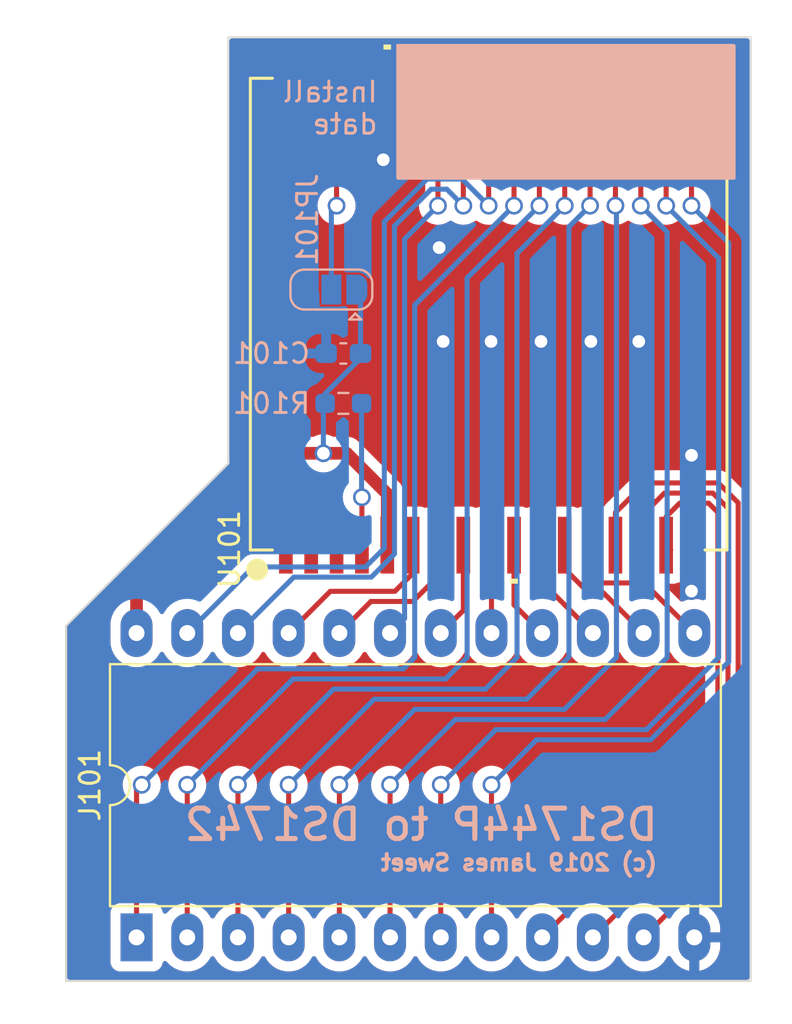
<source format=kicad_pcb>
(kicad_pcb (version 20221018) (generator pcbnew)
  (layers (0 "F.Cu" signal) (31 "B.Cu" signal) (34 "B.Paste" user) (35 "F.Paste" user) (36 "B.SilkS" user "B.Silkscreen") (37 "F.SilkS" user "F.Silkscreen") (38 "B.Mask" user) (39 "F.Mask" user) (44 "Edge.Cuts" user))
  (net 0 "")
  (net 1 "/A0")
  (net 2 "/A1")
  (net 3 "/A10")
  (net 4 "/A2")
  (net 5 "/A3")
  (net 6 "/A4")
  (net 7 "/A5")
  (net 8 "/A6")
  (net 9 "/A7")
  (net 10 "/A8")
  (net 11 "/A9")
  (net 12 "/DQ0")
  (net 13 "/DQ1")
  (net 14 "/DQ2")
  (net 15 "/DQ3")
  (net 16 "/DQ4")
  (net 17 "/DQ5")
  (net 18 "/DQ6")
  (net 19 "/DQ7")
  (net 20 "GND")
  (net 21 "+3V3")
  (net 22 "/*CE")
  (net 23 "/*OE")
  (net 24 "/*WE")
  (net 25 "Net-(U101-*RST)")
  (net 29 "Net-(JP101-C)")
  (footprint "DS1744p-adapter:DIP-24_W15.24mm_LongPads" (layer "F.Cu") (at 191.74 176.64 90)
    (fp_text reference "J101" (at 7.62 -2.33 90) (layer "F.SilkS"))
    (fp_text value "DS1742W")
    (fp_line (start 1.56 -1.33) (end 1.56 29.27) (stroke (width 0.12)) (layer "F.SilkS"))
    (fp_line (start 1.56 29.27) (end 13.68 29.27) (stroke (width 0.12)) (layer "F.SilkS"))
    (fp_line (start 6.62 -1.33) (end 1.56 -1.33) (stroke (width 0.12)) (layer "F.SilkS"))
    (fp_line (start 13.68 -1.33) (end 8.62 -1.33) (stroke (width 0.12)) (layer "F.SilkS"))
    (fp_line (start 13.68 29.27) (end 13.68 -1.33) (stroke (width 0.12)) (layer "F.SilkS"))
    (fp_arc (start 8.62 -1.33) (mid 7.62 -0.33) (end 6.62 -1.33) (stroke (width 0.12)) (layer "F.SilkS"))
    (pad "1" thru_hole rect (at 0 0 90) (size 2.4 1.6) (drill 0.8) (layers "*.Cu" "*.Mask") (net 9 "/A7"))
    (pad "2" thru_hole oval (at 0 2.54 90) (size 2.4 1.6) (drill 0.8) (layers "*.Cu" "*.Mask") (net 8 "/A6"))
    (pad "3" thru_hole oval (at 0 5.08 90) (size 2.4 1.6) (drill 0.8) (layers "*.Cu" "*.Mask") (net 7 "/A5"))
    (pad "4" thru_hole oval (at 0 7.62 90) (size 2.4 1.6) (drill 0.8) (layers "*.Cu" "*.Mask") (net 6 "/A4"))
    (pad "5" thru_hole oval (at 0 10.16 90) (size 2.4 1.6) (drill 0.8) (layers "*.Cu" "*.Mask") (net 5 "/A3"))
    (pad "6" thru_hole oval (at 0 12.7 90) (size 2.4 1.6) (drill 0.8) (layers "*.Cu" "*.Mask") (net 4 "/A2"))
    (pad "7" thru_hole oval (at 0 15.24 90) (size 2.4 1.6) (drill 0.8) (layers "*.Cu" "*.Mask") (net 2 "/A1"))
    (pad "8" thru_hole oval (at 0 17.78 90) (size 2.4 1.6) (drill 0.8) (layers "*.Cu" "*.Mask") (net 1 "/A0"))
    (pad "9" thru_hole oval (at 0 20.32 90) (size 2.4 1.6) (drill 0.8) (layers "*.Cu" "*.Mask") (net 12 "/DQ0"))
    (pad "10" thru_hole oval (at 0 22.86 90) (size 2.4 1.6) (drill 0.8) (layers "*.Cu" "*.Mask") (net 13 "/DQ1"))
    (pad "11" thru_hole oval (at 0 25.4 90) (size 2.4 1.6) (drill 0.8) (layers "*.Cu" "*.Mask") (net 14 "/DQ2"))
    (pad "12" thru_hole oval (at 0 27.94 90) (size 2.4 1.6) (drill 0.8) (layers "*.Cu" "*.Mask") (net 20 "GND"))
    (pad "13" thru_hole oval (at 15.24 27.94 90) (size 2.4 1.6) (drill 0.8) (layers "*.Cu" "*.Mask") (net 15 "/DQ3"))
    (pad "14" thru_hole oval (at 15.24 25.4 90) (size 2.4 1.6) (drill 0.8) (layers "*.Cu" "*.Mask") (net 16 "/DQ4"))
    (pad "15" thru_hole oval (at 15.24 22.86 90) (size 2.4 1.6) (drill 0.8) (layers "*.Cu" "*.Mask") (net 17 "/DQ5"))
    (pad "16" thru_hole oval (at 15.24 20.32 90) (size 2.4 1.6) (drill 0.8) (layers "*.Cu" "*.Mask") (net 18 "/DQ6"))
    (pad "17" thru_hole oval (at 15.24 17.78 90) (size 2.4 1.6) (drill 0.8) (layers "*.Cu" "*.Mask") (net 19 "/DQ7"))
    (pad "18" thru_hole oval (at 15.24 15.24 90) (size 2.4 1.6) (drill 0.8) (layers "*.Cu" "*.Mask") (net 22 "/*CE"))
    (pad "19" thru_hole oval (at 15.24 12.7 90) (size 2.4 1.6) (drill 0.8) (layers "*.Cu" "*.Mask") (net 3 "/A10"))
    (pad "20" thru_hole oval (at 15.24 10.16 90) (size 2.4 1.6) (drill 0.8) (layers "*.Cu" "*.Mask") (net 23 "/*OE"))
    (pad "21" thru_hole oval (at 15.24 7.62 90) (size 2.4 1.6) (drill 0.8) (layers "*.Cu" "*.Mask") (net 24 "/*WE"))
    (pad "22" thru_hole oval (at 15.24 5.08 90) (size 2.4 1.6) (drill 0.8) (layers "*.Cu" "*.Mask") (net 11 "/A9"))
    (pad "23" thru_hole oval (at 15.24 2.54 90) (size 2.4 1.6) (drill 0.8) (layers "*.Cu" "*.Mask") (net 10 "/A8"))
    (pad "24" thru_hole oval (at 15.24 0 90) (size 2.4 1.6) (drill 0.8) (layers "*.Cu" "*.Mask") (net 21 "+3V3"))
  )
  (footprint "DS1744p-adapter:21-0246_PC2&plus_2_MXM" (layer "F.Cu") (at 209.38 145.4303 90)
    (fp_text reference "U101" (at -11.7697 -12.98 90 unlocked) (layer "F.SilkS"))
    (fp_text value "ds1744p-70+")
    (fp_line (start -11.811 -11.938) (end -11.811 -10.83564) (stroke (width 0.1524)) (layer "F.SilkS"))
    (fp_line (start -11.811 10.83564) (end -11.811 11.938) (stroke (width 0.1524)) (layer "F.SilkS"))
    (fp_line (start -11.811 11.938) (end 11.811 11.938) (stroke (width 0.1524)) (layer "F.SilkS"))
    (fp_line (start 11.811 -11.938) (end -11.811 -11.938) (stroke (width 0.1524)) (layer "F.SilkS"))
    (fp_line (start 11.811 -10.83564) (end 11.811 -11.938) (stroke (width 0.1524)) (layer "F.SilkS"))
    (fp_line (start 11.811 11.938) (end 11.811 10.83564) (stroke (width 0.1524)) (layer "F.SilkS"))
    (fp_circle (center -12.8 -11.6) (end -12.3 -11.6) (stroke (width 0.1)) (fill solid) (layer "F.SilkS"))
    (fp_poly (pts (xy -13.5001 1.0795) (xy -13.5001 1.4605) (xy -13.2461 1.4605) (xy -13.2461 1.0795)) (fill solid) (layer "F.SilkS"))
    (fp_poly (pts (xy 13.5001 -5.2705) (xy 13.5001 -4.8895) (xy 13.2461 -4.8895) (xy 13.2461 -5.2705)) (fill solid) (layer "F.SilkS"))
    (fp_poly (pts (xy 13.5001 7.4295) (xy 13.5001 7.8105) (xy 13.2461 7.8105) (xy 13.2461 7.4295)) (fill solid) (layer "F.SilkS"))
    (pad "1" smd rect (at -11.5697 -10.16 90) (size 2.8448 0.6858) (layers "F.Cu" "F.Paste" "F.Mask"))
    (pad "2" smd rect (at -11.5697 -8.89 90) (size 2.8448 0.6858) (layers "F.Cu" "F.Paste" "F.Mask"))
    (pad "3" smd rect (at -11.5697 -7.62 90) (size 2.8448 0.6858) (layers "F.Cu" "F.Paste" "F.Mask"))
    (pad "4" smd rect (at -11.5697 -6.35 90) (size 2.8448 0.6858) (layers "F.Cu" "F.Paste" "F.Mask") (net 25 "Net-(U101-*RST)"))
    (pad "5" smd rect (at -11.5697 -5.08 90) (size 2.8448 0.6858) (layers "F.Cu" "F.Paste" "F.Mask") (net 21 "+3V3"))
    (pad "6" smd rect (at -11.5697 -3.81 90) (size 2.8448 0.6858) (layers "F.Cu" "F.Paste" "F.Mask") (net 24 "/*WE"))
    (pad "7" smd rect (at -11.5697 -2.54 90) (size 2.8448 0.6858) (layers "F.Cu" "F.Paste" "F.Mask") (net 23 "/*OE"))
    (pad "8" smd rect (at -11.5697 -1.27 90) (size 2.8448 0.6858) (layers "F.Cu" "F.Paste" "F.Mask") (net 22 "/*CE"))
    (pad "9" smd rect (at -11.5697 0 90) (size 2.8448 0.6858) (layers "F.Cu" "F.Paste" "F.Mask") (net 19 "/DQ7"))
    (pad "10" smd rect (at -11.5697 1.27 90) (size 2.8448 0.6858) (layers "F.Cu" "F.Paste" "F.Mask") (net 18 "/DQ6"))
    (pad "11" smd rect (at -11.5697 2.54 90) (size 2.8448 0.6858) (layers "F.Cu" "F.Paste" "F.Mask") (net 17 "/DQ5"))
    (pad "12" smd rect (at -11.5697 3.81 90) (size 2.8448 0.6858) (layers "F.Cu" "F.Paste" "F.Mask") (net 16 "/DQ4"))
    (pad "13" smd rect (at -11.5697 5.08 90) (size 2.8448 0.6858) (layers "F.Cu" "F.Paste" "F.Mask") (net 15 "/DQ3"))
    (pad "14" smd rect (at -11.5697 6.35 90) (size 2.8448 0.6858) (layers "F.Cu" "F.Paste" "F.Mask") (net 14 "/DQ2"))
    (pad "15" smd rect (at -11.5697 7.62 90) (size 2.8448 0.6858) (layers "F.Cu" "F.Paste" "F.Mask") (net 13 "/DQ1"))
    (pad "16" smd rect (at -11.5697 8.89 90) (size 2.8448 0.6858) (layers "F.Cu" "F.Paste" "F.Mask") (net 12 "/DQ0"))
    (pad "17" smd rect (at -11.5697 10.16 90) (size 2.8448 0.6858) (layers "F.Cu" "F.Paste" "F.Mask") (net 20 "GND"))
    (pad "18" smd rect (at 11.5697 10.16 90) (size 2.8448 0.6858) (layers "F.Cu" "F.Paste" "F.Mask") (net 1 "/A0"))
    (pad "19" smd rect (at 11.5697 8.89 90) (size 2.8448 0.6858) (layers "F.Cu" "F.Paste" "F.Mask") (net 2 "/A1"))
    (pad "20" smd rect (at 11.5697 7.62 90) (size 2.8448 0.6858) (layers "F.Cu" "F.Paste" "F.Mask") (net 4 "/A2"))
    (pad "21" smd rect (at 11.5697 6.35 90) (size 2.8448 0.6858) (layers "F.Cu" "F.Paste" "F.Mask") (net 5 "/A3"))
    (pad "22" smd rect (at 11.5697 5.08 90) (size 2.8448 0.6858) (layers "F.Cu" "F.Paste" "F.Mask") (net 6 "/A4"))
    (pad "23" smd rect (at 11.5697 3.81 90) (size 2.8448 0.6858) (layers "F.Cu" "F.Paste" "F.Mask") (net 7 "/A5"))
    (pad "24" smd rect (at 11.5697 2.54 90) (size 2.8448 0.6858) (layers "F.Cu" "F.Paste" "F.Mask") (net 8 "/A6"))
    (pad "25" smd rect (at 11.5697 1.27 90) (size 2.8448 0.6858) (layers "F.Cu" "F.Paste" "F.Mask") (net 9 "/A7"))
    (pad "26" smd rect (at 11.5697 0 90) (size 2.8448 0.6858) (layers "F.Cu" "F.Paste" "F.Mask") (net 10 "/A8"))
    (pad "27" smd rect (at 11.5697 -1.27 90) (size 2.8448 0.6858) (layers "F.Cu" "F.Paste" "F.Mask") (net 11 "/A9"))
    (pad "28" smd rect (at 11.5697 -2.54 90) (size 2.8448 0.6858) (layers "F.Cu" "F.Paste" "F.Mask") (net 3 "/A10"))
    (pad "29" smd rect (at 11.5697 -3.81 90) (size 2.8448 0.6858) (layers "F.Cu" "F.Paste" "F.Mask") (net 29 "Net-(JP101-C)"))
    (pad "30" smd rect (at 11.5697 -5.08 90) (size 2.8448 0.6858) (layers "F.Cu" "F.Paste" "F.Mask") (net 29 "Net-(JP101-C)"))
    (pad "31" smd rect (at 11.5697 -6.35 90) (size 2.8448 0.6858) (layers "F.Cu" "F.Paste" "F.Mask") (net 29 "Net-(JP101-C)"))
    (pad "32" smd rect (at 11.5697 -7.62 90) (size 2.8448 0.6858) (layers "F.Cu" "F.Paste" "F.Mask") (net 29 "Net-(JP101-C)"))
    (pad "33" smd rect (at 11.5697 -8.89 90) (size 2.8448 0.6858) (layers "F.Cu" "F.Paste" "F.Mask"))
    (pad "34" smd rect (at 11.5697 -10.16 90) (size 2.8448 0.6858) (layers "F.Cu" "F.Paste" "F.Mask"))
  )
  (footprint "Jumper:SolderJumper-3_P1.3mm_Open_RoundedPad1.0x1.5mm" (layer "B.Cu") (at 201.5 144.2 180)
    (fp_text reference "JP101" (at 1.2 3.5 90) (layer "B.SilkS") (effects (justify mirror)))
    (fp_text value "~")
    (fp_line (start -2.05 -0.3) (end -2.05 0.3) (stroke (width 0.12)) (layer "B.SilkS"))
    (fp_line (start -1.5 -1.5) (end -0.9 -1.5) (stroke (width 0.12)) (layer "B.SilkS"))
    (fp_line (start -1.4 1) (end 1.4 1) (stroke (width 0.12)) (layer "B.SilkS"))
    (fp_line (start -1.2 -1.2) (end -1.5 -1.5) (stroke (width 0.12)) (layer "B.SilkS"))
    (fp_line (start -1.2 -1.2) (end -0.9 -1.5) (stroke (width 0.12)) (layer "B.SilkS"))
    (fp_line (start 1.4 -1) (end -1.4 -1) (stroke (width 0.12)) (layer "B.SilkS"))
    (fp_line (start 2.05 0.3) (end 2.05 -0.3) (stroke (width 0.12)) (layer "B.SilkS"))
    (fp_arc (start -2.05 -0.3) (mid -1.844975 -0.794975) (end -1.35 -1) (stroke (width 0.12)) (layer "B.SilkS"))
    (fp_arc (start -1.35 1) (mid -1.844975 0.794975) (end -2.05 0.3) (stroke (width 0.12)) (layer "B.SilkS"))
    (fp_arc (start 1.35 -1) (mid 1.844975 -0.794975) (end 2.05 -0.3) (stroke (width 0.12)) (layer "B.SilkS"))
    (fp_arc (start 2.05 0.3) (mid 1.844975 0.794975) (end 1.35 1) (stroke (width 0.12)) (layer "B.SilkS"))
    (pad "1" smd custom (at -1.3 0 180) (size 1 0.5) (layers "B.Cu" "B.Mask") (net 21 "+3V3") (clearance 0.1) (options (clearance outline) (anchor rect)) (primitives (gr_circle (center 0 -0.25) (end 0.5 -0.25) (width 0) (fill yes)) (gr_circle (center 0 0.25) (end 0.5 0.25) (width 0) (fill yes)) (gr_poly (pts (xy 0.55 -0.75) (xy 0 -0.75) (xy 0 0.75) (xy 0.55 0.75)) (width 0) (fill yes))))
    (pad "2" smd rect (at 0 0 180) (size 1 1.5) (layers "B.Cu" "B.Mask") (net 29 "Net-(JP101-C)") (clearance 0.1))
    (pad "3" smd custom (at 1.3 0 180) (size 1 0.5) (layers "B.Cu" "B.Mask") (net 20 "GND") (clearance 0.1) (options (clearance outline) (anchor rect)) (primitives (gr_circle (center 0 -0.25) (end 0.5 -0.25) (width 0) (fill yes)) (gr_circle (center 0 0.25) (end 0.5 0.25) (width 0) (fill yes)) (gr_poly (pts (xy 0 -0.75) (xy -0.55 -0.75) (xy -0.55 0.75) (xy 0 0.75)) (width 0) (fill yes))))
  )
  (footprint "Resistor_SMD:R_0603_1608Metric_Pad0.98x0.95mm_HandSolder" (layer "B.Cu") (at 202.1 149.9)
    (fp_text reference "R101" (at -3.6 0) (layer "B.SilkS") (effects (justify mirror)))
    (fp_text value "10k")
    (fp_line (start -0.254724 -0.5225) (end 0.254724 -0.5225) (stroke (width 0.12)) (layer "B.SilkS"))
    (fp_line (start -0.254724 0.5225) (end 0.254724 0.5225) (stroke (width 0.12)) (layer "B.SilkS"))
    (pad "1" smd roundrect (at -0.9125 0) (size 0.975 0.95) (layers "B.Cu" "B.Paste" "B.Mask") (net 21 "+3V3"))
    (pad "2" smd roundrect (at 0.9125 0) (size 0.975 0.95) (layers "B.Cu" "B.Paste" "B.Mask") (net 25 "Net-(U101-*RST)"))
  )
  (footprint "Capacitor_SMD:C_0603_1608Metric_Pad1.08x0.95mm_HandSolder" (layer "B.Cu") (at 202.1 147.4 180)
    (fp_text reference "C101" (at 3.6 0) (layer "B.SilkS") (effects (justify mirror)))
    (fp_text value "100n")
    (fp_line (start -0.146267 -0.51) (end 0.146267 -0.51) (stroke (width 0.12)) (layer "B.SilkS"))
    (fp_line (start -0.146267 0.51) (end 0.146267 0.51) (stroke (width 0.12)) (layer "B.SilkS"))
    (pad "1" smd roundrect (at -0.8625 0 180) (size 1.075 0.95) (layers "B.Cu" "B.Paste" "B.Mask") (net 21 "+3V3"))
    (pad "2" smd roundrect (at 0.8625 0 180) (size 1.075 0.95) (layers "B.Cu" "B.Paste" "B.Mask") (net 20 "GND"))
  )
  (gr_rect (start 204.85 132) (end 221.65 138.6) (stroke (width 0.2)) (fill solid) (layer "B.SilkS"))
  (gr_line (start 196.342 152.908) (end 196.342 131.572) (stroke (width 0.1)) (layer "Edge.Cuts"))
  (gr_line (start 192.278 156.972) (end 188.214 161.036) (stroke (width 0.1)) (layer "Edge.Cuts"))
  (gr_line (start 196.342 152.908) (end 192.278 156.972) (stroke (width 0.1)) (layer "Edge.Cuts"))
  (gr_line (start 196.342 131.572) (end 196.85 131.572) (stroke (width 0.1)) (layer "Edge.Cuts"))
  (gr_line (start 222.5 178.816) (end 222.5 131.572) (stroke (width 0.1)) (layer "Edge.Cuts"))
  (gr_line (start 222.5 131.572) (end 196.85 131.572) (stroke (width 0.1)) (layer "Edge.Cuts"))
  (gr_line (start 188.214 161.036) (end 188.214 178.816) (stroke (width 0.1)) (layer "Edge.Cuts"))
  (gr_line (start 222.5 178.816) (end 188.214 178.816) (stroke (width 0.1)) (layer "Edge.Cuts"))
  (gr_text "Install\ndate" (at 203.9 136.5) (layer "B.SilkS") (effects (font (size 1 1)) (justify left bottom mirror)))
  (gr_text "(c) 2019 James Sweet" (at 210.9 172.9) (layer "B.SilkS") (effects (font (size 0.8 0.8) (thickness 0.1905)) (justify mirror)))
  (gr_text "DS1744P to DS1742" (at 206 171) (layer "B.SilkS") (effects (font (size 1.524 1.524) (thickness 0.254)) (justify mirror)))
  (segment (start 209.52 176.64) (end 209.52 169) (width 0.254) (layer "F.Cu") (net 1))
  (segment (start 219.54 140) (end 219.54 133.8606) (width 0.254) (layer "F.Cu") (net 1))
  (segment (start 209.52 169.02) (end 209.5 169) (width 0.254) (layer "F.Cu") (net 1))
  (via (at 219.54 140) (size 0.889) (drill 0.635) (layers "F.Cu" "B.Cu") (net 1))
  (via (at 209.52 169) (size 0.889) (drill 0.635) (layers "F.Cu" "B.Cu") (net 1))
  (segment (start 221.408 162.834819) (end 221.408 141.868) (width 0.254) (layer "B.Cu") (net 1))
  (segment (start 209.52 169) (end 211.772001 166.747999) (width 0.254) (layer "B.Cu") (net 1))
  (segment (start 211.772001 166.747999) (end 217.494821 166.747998) (width 0.254) (layer "B.Cu") (net 1))
  (segment (start 221.408 141.868) (end 219.54 140) (width 0.254) (layer "B.Cu") (net 1))
  (segment (start 209.52 169) (end 209.52 168.98) (width 0.254) (layer "B.Cu") (net 1))
  (segment (start 217.494821 166.747998) (end 221.408 162.834819) (width 0.254) (layer "B.Cu") (net 1))
  (segment (start 218.27 140) (end 218.27 133.8606) (width 0.254) (layer "F.Cu") (net 2))
  (segment (start 206.98 176.64) (end 206.98 169) (width 0.254) (layer "F.Cu") (net 2))
  (via (at 206.98 169) (size 0.889) (drill 0.635) (layers "F.Cu" "B.Cu") (net 2))
  (via (at 218.27 140) (size 0.889) (drill 0.635) (layers "F.Cu" "B.Cu") (net 2))
  (segment (start 220.9 142.63) (end 218.27 140) (width 0.254) (layer "B.Cu") (net 2))
  (segment (start 220.9 162.624399) (end 220.9 142.63) (width 0.254) (layer "B.Cu") (net 2))
  (segment (start 217.2844 166.239999) (end 220.9 162.624399) (width 0.254) (layer "B.Cu") (net 2))
  (segment (start 206.98 169) (end 209.740001 166.239999) (width 0.254) (layer "B.Cu") (net 2))
  (segment (start 209.740001 166.239999) (end 217.2844 166.239999) (width 0.254) (layer "B.Cu") (net 2))
  (segment (start 206.84 140) (end 206.84 133.8606) (width 0.254) (layer "F.Cu") (net 3))
  (via (at 206.84 140) (size 0.889) (drill 0.635) (layers "F.Cu" "B.Cu") (net 3))
  (segment (start 204.44 161.4) (end 205.167601 160.672399) (width 0.254) (layer "B.Cu") (net 3))
  (segment (start 205.167601 141.672399) (end 206.84 140) (width 0.254) (layer "B.Cu") (net 3))
  (segment (start 205.167601 160.672399) (end 205.167601 141.672399) (width 0.254) (layer "B.Cu") (net 3))
  (segment (start 204.44 176.64) (end 204.44 169) (width 0.254) (layer "F.Cu") (net 4))
  (segment (start 217 140) (end 217 133.8606) (width 0.254) (layer "F.Cu") (net 4))
  (via (at 204.44 169) (size 0.889) (drill 0.635) (layers "F.Cu" "B.Cu") (net 4))
  (via (at 217 140) (size 0.889) (drill 0.635) (layers "F.Cu" "B.Cu") (net 4))
  (segment (start 204.44 169) (end 207.708 165.732) (width 0.254) (layer "B.Cu") (net 4))
  (segment (start 218.321 162.624399) (end 218.321 141.321) (width 0.254) (layer "B.Cu") (net 4))
  (segment (start 207.708 165.732) (end 215.213399 165.732) (width 0.254) (layer "B.Cu") (net 4))
  (segment (start 218.321 141.321) (end 217 140) (width 0.254) (layer "B.Cu") (net 4))
  (segment (start 215.213399 165.732) (end 218.321 162.624399) (width 0.254) (layer "B.Cu") (net 4))
  (segment (start 215.73 140) (end 215.73 133.8606) (width 0.254) (layer "F.Cu") (net 5))
  (segment (start 201.9 176.64) (end 201.9 169) (width 0.254) (layer "F.Cu") (net 5))
  (via (at 215.73 140) (size 0.889) (drill 0.635) (layers "F.Cu" "B.Cu") (net 5))
  (via (at 201.9 169) (size 0.889) (drill 0.635) (layers "F.Cu" "B.Cu") (net 5))
  (segment (start 213.176 165.224) (end 215.775601 162.624399) (width 0.254) (layer "B.Cu") (net 5))
  (segment (start 215.781 140.051) (end 215.73 140) (width 0.254) (layer "B.Cu") (net 5))
  (segment (start 201.9 169) (end 205.676 165.224) (width 0.254) (layer "B.Cu") (net 5))
  (segment (start 205.676 165.224) (end 213.176 165.224) (width 0.254) (layer "B.Cu") (net 5))
  (segment (start 215.775601 162.624399) (end 215.781 162.624399) (width 0.254) (layer "B.Cu") (net 5))
  (segment (start 215.781 162.624399) (end 215.781 140.051) (width 0.254) (layer "B.Cu") (net 5))
  (segment (start 199.36 176.64) (end 199.36 169) (width 0.254) (layer "F.Cu") (net 6))
  (segment (start 214.46 140) (end 214.46 133.8606) (width 0.254) (layer "F.Cu") (net 6))
  (via (at 214.46 140) (size 0.889) (drill 0.635) (layers "F.Cu" "B.Cu") (net 6))
  (via (at 199.36 169) (size 0.889) (drill 0.635) (layers "F.Cu" "B.Cu") (net 6))
  (segment (start 199.36 169) (end 203.644 164.716) (width 0.254) (layer "B.Cu") (net 6))
  (segment (start 211.284 164.716) (end 213.4 162.6) (width 0.254) (layer "B.Cu") (net 6))
  (segment (start 203.644 164.716) (end 211.284 164.716) (width 0.254) (layer "B.Cu") (net 6))
  (segment (start 213.4 162.6) (end 213.4 141.06) (width 0.254) (layer "B.Cu") (net 6))
  (segment (start 213.4 141.06) (end 214.46 140) (width 0.254) (layer "B.Cu") (net 6))
  (segment (start 196.82 176.64) (end 196.82 169) (width 0.254) (layer "F.Cu") (net 7))
  (segment (start 213.19 140) (end 213.19 133.8606) (width 0.254) (layer "F.Cu") (net 7))
  (via (at 196.82 169) (size 0.889) (drill 0.635) (layers "F.Cu" "B.Cu") (net 7))
  (via (at 213.19 140) (size 0.889) (drill 0.635) (layers "F.Cu" "B.Cu") (net 7))
  (segment (start 210.8 142.39) (end 213.19 140) (width 0.254) (layer "B.Cu") (net 7))
  (segment (start 201.612 164.208) (end 209.216399 164.208) (width 0.254) (layer "B.Cu") (net 7))
  (segment (start 196.82 169) (end 201.612 164.208) (width 0.254) (layer "B.Cu") (net 7))
  (segment (start 209.216399 164.208) (end 210.8 162.624399) (width 0.254) (layer "B.Cu") (net 7))
  (segment (start 210.8 162.624399) (end 210.8 142.39) (width 0.254) (layer "B.Cu") (net 7))
  (segment (start 211.92 140) (end 211.92 133.8606) (width 0.254) (layer "F.Cu") (net 8))
  (segment (start 194.28 176.64) (end 194.28 169) (width 0.254) (layer "F.Cu") (net 8))
  (via (at 194.28 169) (size 0.889) (drill 0.635) (layers "F.Cu" "B.Cu") (net 8))
  (via (at 211.92 140) (size 0.889) (drill 0.635) (layers "F.Cu" "B.Cu") (net 8))
  (segment (start 208.3 162.624399) (end 208.3 143.62) (width 0.254) (layer "B.Cu") (net 8))
  (segment (start 208.3 143.62) (end 211.92 140) (width 0.254) (layer "B.Cu") (net 8))
  (segment (start 199.58 163.7) (end 207.224399 163.7) (width 0.254) (layer "B.Cu") (net 8))
  (segment (start 207.224399 163.7) (end 208.3 162.624399) (width 0.254) (layer "B.Cu") (net 8))
  (segment (start 194.28 169) (end 199.58 163.7) (width 0.254) (layer "B.Cu") (net 8))
  (segment (start 210.65 140) (end 210.65 133.8606) (width 0.254) (layer "F.Cu") (net 9))
  (segment (start 191.74 176.64) (end 191.74 169.26) (width 0.254) (layer "F.Cu") (net 9))
  (segment (start 191.74 169.26) (end 192 169) (width 0.254) (layer "F.Cu") (net 9))
  (via (at 210.65 140) (size 0.889) (drill 0.635) (layers "F.Cu" "B.Cu") (net 9))
  (via (at 192 169) (size 0.889) (drill 0.635) (layers "F.Cu" "B.Cu") (net 9))
  (segment (start 205.675601 144.974399) (end 210.65 140) (width 0.254) (layer "B.Cu") (net 9))
  (segment (start 205.108 163.192) (end 205.675601 162.624399) (width 0.254) (layer "B.Cu") (net 9))
  (segment (start 205.675601 162.624399) (end 205.675601 144.974399) (width 0.254) (layer "B.Cu") (net 9))
  (segment (start 192 169) (end 197.8 163.2) (width 0.254) (layer "B.Cu") (net 9))
  (segment (start 197.8 163.2) (end 197.808 163.192) (width 0.254) (layer "B.Cu") (net 9))
  (segment (start 197.808 163.192) (end 205.108 163.192) (width 0.254) (layer "B.Cu") (net 9))
  (segment (start 209.38 140) (end 209.38 133.8606) (width 0.254) (layer "F.Cu") (net 10))
  (via (at 209.38 140) (size 0.889) (drill 0.635) (layers "F.Cu" "B.Cu") (net 10))
  (segment (start 206.287646 138.6665) (end 208.0465 138.6665) (width 0.254) (layer "B.Cu") (net 10))
  (segment (start 208.0465 138.6665) (end 209.38 140) (width 0.254) (layer "B.Cu") (net 10))
  (segment (start 204.151602 140.802544) (end 206.287646 138.6665) (width 0.254) (layer "B.Cu") (net 10))
  (segment (start 197.588 158.092) (end 203.207999 158.092001) (width 0.254) (layer "B.Cu") (net 10))
  (segment (start 203.207999 158.092001) (end 204.151601 157.148399) (width 0.254) (layer "B.Cu") (net 10))
  (segment (start 204.151601 157.148399) (end 204.151602 140.802544) (width 0.254) (layer "B.Cu") (net 10))
  (segment (start 194.28 161.4) (end 197.588 158.092) (width 0.254) (layer "B.Cu") (net 10))
  (segment (start 208.11 140) (end 208.11 133.8606) (width 0.254) (layer "F.Cu") (net 11))
  (via (at 208.11 140) (size 0.889) (drill 0.635) (layers "F.Cu" "B.Cu") (net 11))
  (segment (start 204.659601 157.440399) (end 204.659601 141.012965) (width 0.254) (layer "B.Cu") (net 11))
  (segment (start 199.62 158.6) (end 203.5 158.6) (width 0.254) (layer "B.Cu") (net 11))
  (segment (start 203.5 158.6) (end 204.659601 157.440399) (width 0.254) (layer "B.Cu") (net 11))
  (segment (start 204.659601 141.012965) (end 206.498066 139.1745) (width 0.254) (layer "B.Cu") (net 11))
  (segment (start 196.82 161.4) (end 199.62 158.6) (width 0.254) (layer "B.Cu") (net 11))
  (segment (start 206.498066 139.1745) (end 207.2845 139.1745) (width 0.254) (layer "B.Cu") (net 11))
  (segment (start 207.2845 139.1745) (end 208.11 140) (width 0.254) (layer "B.Cu") (net 11))
  (segment (start 218.499 157.229) (end 218.27 157) (width 0.254) (layer "F.Cu") (net 12))
  (segment (start 218.27 155.5776) (end 218.27 157) (width 0.254) (layer "F.Cu") (net 12))
  (segment (start 218.9476 154.9) (end 218.27 155.5776) (width 0.254) (layer "F.Cu") (net 12))
  (segment (start 218.321 157.051) (end 218.27 157) (width 0.254) (layer "F.Cu") (net 12))
  (segment (start 220.861 155.361) (end 220.4 154.9) (width 0.254) (layer "F.Cu") (net 12))
  (segment (start 212.06 176.64) (end 220.861 167.839) (width 0.254) (layer "F.Cu") (net 12))
  (segment (start 220.861 167.839) (end 220.861 155.361) (width 0.254) (layer "F.Cu") (net 12))
  (segment (start 220.4 154.9) (end 218.9476 154.9) (width 0.254) (layer "F.Cu") (net 12))
  (segment (start 217 155.5776) (end 217 157) (width 0.254) (layer "F.Cu") (net 13))
  (segment (start 221.368999 169.871001) (end 221.368999 155.150579) (width 0.254) (layer "F.Cu") (net 13))
  (segment (start 218.1856 154.392) (end 217 155.5776) (width 0.254) (layer "F.Cu") (net 13))
  (segment (start 220.61042 154.392) (end 218.1856 154.392) (width 0.254) (layer "F.Cu") (net 13))
  (segment (start 221.368999 155.150579) (end 220.61042 154.392) (width 0.254) (layer "F.Cu") (net 13))
  (segment (start 214.6 176.64) (end 221.368999 169.871001) (width 0.254) (layer "F.Cu") (net 13))
  (segment (start 215.73 155.37) (end 215.73 157) (width 0.254) (layer "F.Cu") (net 14))
  (segment (start 217.14 176.64) (end 221.876999 171.903001) (width 0.254) (layer "F.Cu") (net 14))
  (segment (start 217.216 153.884) (end 215.73 155.37) (width 0.254) (layer "F.Cu") (net 14))
  (segment (start 221.876999 171.903001) (end 221.876999 154.876999) (width 0.254) (layer "F.Cu") (net 14))
  (segment (start 220.884 153.884) (end 217.216 153.884) (width 0.254) (layer "F.Cu") (net 14))
  (segment (start 221.876999 154.876999) (end 220.884 153.884) (width 0.254) (layer "F.Cu") (net 14))
  (segment (start 217.172 158.892) (end 214.61042 158.892) (width 0.254) (layer "F.Cu") (net 15))
  (segment (start 214.46 158.74158) (end 214.46 157) (width 0.254) (layer "F.Cu") (net 15))
  (segment (start 214.61042 158.892) (end 214.46 158.74158) (width 0.254) (layer "F.Cu") (net 15))
  (segment (start 219.68 161.4) (end 217.172 158.892) (width 0.254) (layer "F.Cu") (net 15))
  (segment (start 213.19 158.19) (end 213.19 157) (width 0.254) (layer "F.Cu") (net 16))
  (segment (start 214.4 159.4) (end 213.19 158.19) (width 0.254) (layer "F.Cu") (net 16))
  (segment (start 215.14 159.4) (end 214.4 159.4) (width 0.254) (layer "F.Cu") (net 16))
  (segment (start 217.14 161.4) (end 215.14 159.4) (width 0.254) (layer "F.Cu") (net 16))
  (segment (start 214.6 161.4) (end 211.92 158.72) (width 0.254) (layer "F.Cu") (net 17))
  (segment (start 211.92 158.72) (end 211.92 157) (width 0.254) (layer "F.Cu") (net 17))
  (segment (start 212.06 161.4) (end 210.65 159.99) (width 0.254) (layer "F.Cu") (net 18))
  (segment (start 210.65 159.99) (end 210.65 157) (width 0.254) (layer "F.Cu") (net 18))
  (segment (start 209.52 157.14) (end 209.38 157) (width 0.254) (layer "F.Cu") (net 19))
  (segment (start 209.52 161.4) (end 209.52 157.14) (width 0.254) (layer "F.Cu") (net 19))
  (segment (start 219.54 159.3) (end 219.54 157) (width 0.635) (layer "F.Cu") (net 20))
  (via (at 204.1 137.7) (size 0.889) (drill 0.635) (layers "F.Cu" "B.Cu") (net 20))
  (via (at 209.5 146.8) (size 0.889) (drill 0.635) (layers "F.Cu" "B.Cu") (net 20))
  (via (at 212 146.8) (size 0.889) (drill 0.635) (layers "F.Cu" "B.Cu") (net 20))
  (via (at 219.54 152.5) (size 0.889) (drill 0.635) (layers "F.Cu" "B.Cu") (net 20))
  (via (at 214.5 146.8) (size 0.889) (drill 0.635) (layers "F.Cu" "B.Cu") (net 20))
  (via (at 216.9 146.8) (size 0.889) (drill 0.635) (layers "F.Cu" "B.Cu") (net 20))
  (via (at 206.9 142.1) (size 0.889) (drill 0.635) (layers "F.Cu" "B.Cu") (net 20))
  (via (at 207.1 146.8) (size 0.889) (drill 0.635) (layers "F.Cu" "B.Cu") (net 20))
  (via (at 219.54 159.3) (size 0.889) (drill 0.635) (layers "F.Cu" "B.Cu") (net 20))
  (segment (start 219.54 152.5) (end 219.54 159.3) (width 0.635) (layer "B.Cu") (net 20))
  (segment (start 204.3 154.433159) (end 204.3 157) (width 0.635) (layer "F.Cu") (net 21))
  (segment (start 191.74 158.56) (end 197.9 152.4) (width 0.635) (layer "F.Cu") (net 21))
  (segment (start 191.7875 161.4475) (end 191.74 161.4) (width 0.254) (layer "F.Cu") (net 21))
  (segment (start 201.1 152.4) (end 202.266841 152.4) (width 0.635) (layer "F.Cu") (net 21))
  (segment (start 197.9 152.4) (end 201.1 152.4) (width 0.635) (layer "F.Cu") (net 21))
  (segment (start 202.266841 152.4) (end 204.3 154.433159) (width 0.635) (layer "F.Cu") (net 21))
  (segment (start 191.74 161.4) (end 191.74 158.56) (width 0.635) (layer "F.Cu") (net 21))
  (via (at 201.1 152.4) (size 0.889) (drill 0.635) (layers "F.Cu" "B.Cu") (net 21))
  (segment (start 201.1875 149.9) (end 201.1875 149.4125) (width 0.254) (layer "B.Cu") (net 21))
  (segment (start 201.1 149.9875) (end 201.1875 149.9) (width 0.254) (layer "B.Cu") (net 21))
  (segment (start 201.1 152.4) (end 201.1 149.9875) (width 0.254) (layer "B.Cu") (net 21))
  (segment (start 201.1875 149.4125) (end 202.9625 147.6375) (width 0.254) (layer "B.Cu") (net 21))
  (segment (start 202.9625 144.3625) (end 202.8 144.2) (width 0.254) (layer "B.Cu") (net 21))
  (segment (start 202.9625 147.6375) (end 202.9625 147.4) (width 0.254) (layer "B.Cu") (net 21))
  (segment (start 202.9625 147.4) (end 202.9625 144.3625) (width 0.254) (layer "B.Cu") (net 21))
  (segment (start 208.11 160.27) (end 208.11 157) (width 0.254) (layer "F.Cu") (net 22))
  (segment (start 206.98 161.4) (end 208.11 160.27) (width 0.254) (layer "F.Cu") (net 22))
  (segment (start 206.84 158.56) (end 206.84 157) (width 0.254) (layer "F.Cu") (net 23))
  (segment (start 201.9 161.4) (end 203.481 159.819) (width 0.254) (layer "F.Cu") (net 23))
  (segment (start 203.481 159.819) (end 205.581 159.819) (width 0.254) (layer "F.Cu") (net 23))
  (segment (start 205.581 159.819) (end 206.84 158.56) (width 0.254) (layer "F.Cu") (net 23))
  (segment (start 201.449 159.311) (end 204.681399 159.311001) (width 0.254) (layer "F.Cu") (net 24))
  (segment (start 199.36 161.4) (end 201.449 159.311) (width 0.254) (layer "F.Cu") (net 24))
  (segment (start 205.57 158.4224) (end 205.57 157) (width 0.254) (layer "F.Cu") (net 24))
  (segment (start 204.681399 159.311001) (end 205.57 158.4224) (width 0.254) (layer "F.Cu") (net 24))
  (segment (start 203.03 157) (end 203.03 154.6) (width 0.254) (layer "F.Cu") (net 25))
  (via (at 203.03 154.6) (size 0.889) (drill 0.635) (layers "F.Cu" "B.Cu") (net 25))
  (segment (start 203.0125 154.5825) (end 203.0125 149.9) (width 0.254) (layer "B.Cu") (net 25))
  (segment (start 203.03 154.6) (end 203.0125 154.5825) (width 0.254) (layer "B.Cu") (net 25))
  (segment (start 201.76 140) (end 201.76 133.8606) (width 0.254) (layer "F.Cu") (net 29))
  (segment (start 203.03 133.8606) (end 201.76 133.8606) (width 0.254) (layer "F.Cu") (net 29))
  (segment (start 204.3 133.8606) (end 203.03 133.8606) (width 0.254) (layer "F.Cu") (net 29))
  (segment (start 205.57 133.8606) (end 204.3 133.8606) (width 0.254) (layer "F.Cu") (net 29))
  (via (at 201.76 140) (size 0.889) (drill 0.635) (layers "F.Cu" "B.Cu") (net 29))
  (segment (start 201.5 144.2) (end 201.5 140.26) (width 0.254) (layer "B.Cu") (net 29))
  (segment (start 201.5 140.26) (end 201.76 140) (width 0.254) (layer "B.Cu") (net 29))
  (zone (net 20) (net_name "GND") (layer "F.Cu") (connect_pads (clearance 0.508)) (min_thickness 0.25) (fill yes (thermal_gap 0.5) (thermal_bridge_width 0.5))
    (polygon (pts (xy 223.6 130.5) (xy 223.6 180) (xy 186.5 180) (xy 186.5 159.8) (xy 195.2 151.7) (xy 195.2 130.5)))
  )
  (zone (net 20) (net_name "GND") (layer "B.Cu") (priority 1) (connect_pads (clearance 0.508)) (min_thickness 0.25) (fill yes (thermal_gap 0.5) (thermal_bridge_width 0.5))
    (polygon (pts (xy 194.4 129.7) (xy 224.6 129.7) (xy 224.6 181) (xy 184.9 181) (xy 184.9 159) (xy 194.4 150.2)))
  )
)
</source>
